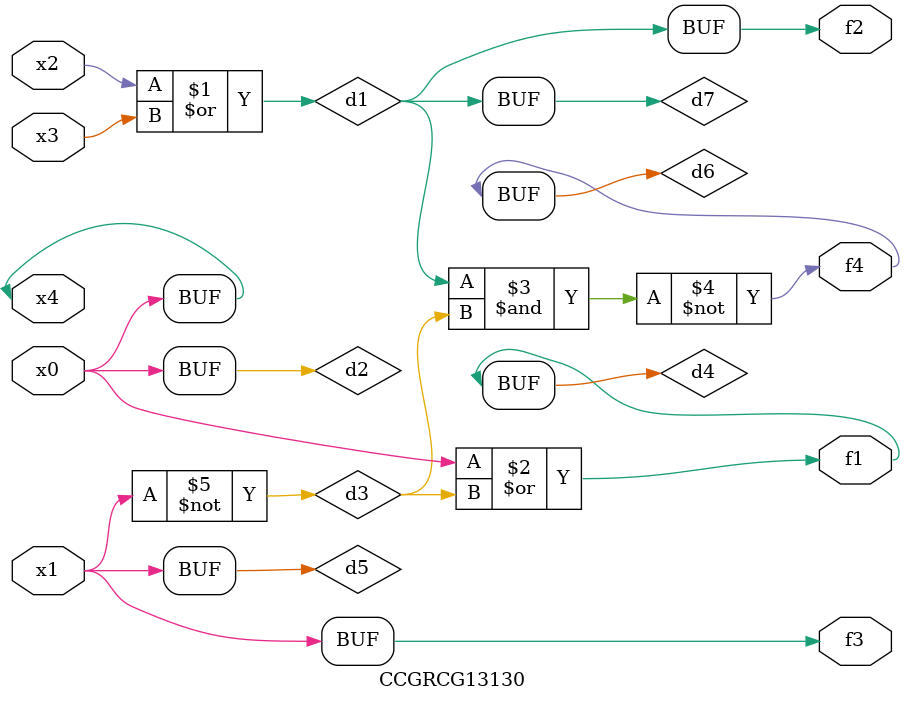
<source format=v>
module CCGRCG13130(
	input x0, x1, x2, x3, x4,
	output f1, f2, f3, f4
);

	wire d1, d2, d3, d4, d5, d6, d7;

	or (d1, x2, x3);
	buf (d2, x0, x4);
	not (d3, x1);
	or (d4, d2, d3);
	not (d5, d3);
	nand (d6, d1, d3);
	or (d7, d1);
	assign f1 = d4;
	assign f2 = d7;
	assign f3 = d5;
	assign f4 = d6;
endmodule

</source>
